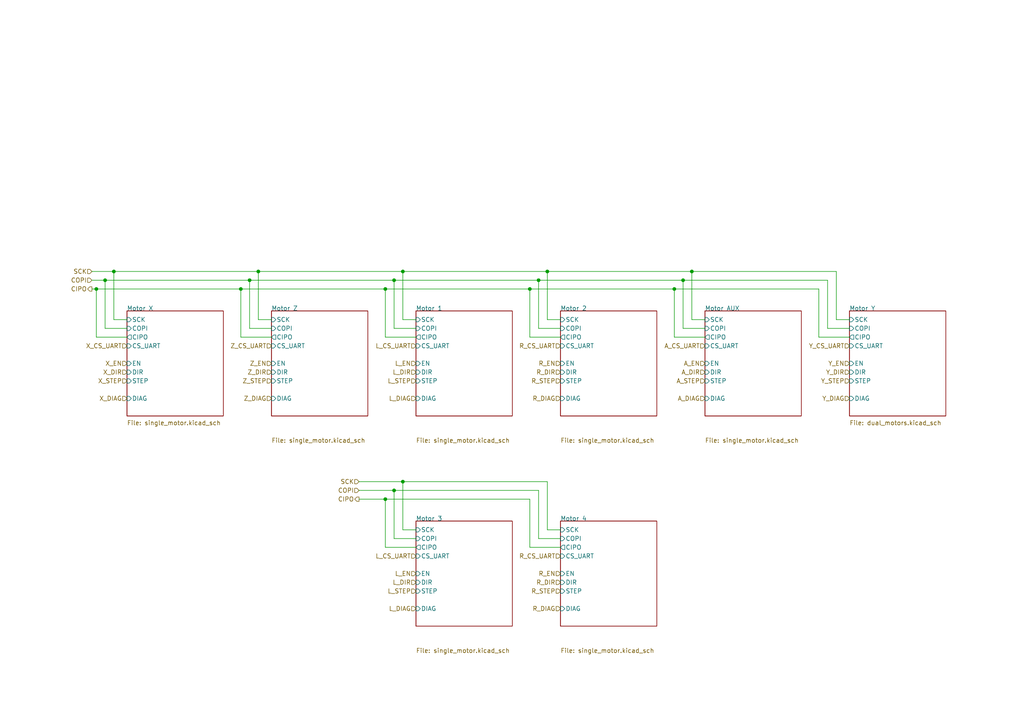
<source format=kicad_sch>
(kicad_sch (version 20230121) (generator eeschema)
  (paper "A4")
  (title_block (title "LumenPnP Motherboard") (date "2022-03-29") (rev "003") (company "Opulo"))
  (lib_symbols)
  (junction (at 114.3 81.28))
  (junction (at 153.67 83.82))
  (junction (at 195.58 83.82))
  (junction (at 72.39 81.28))
  (junction (at 30.48 81.28))
  (junction (at 198.12 81.28))
  (junction (at 114.3 142.24))
  (junction (at 74.93 78.74))
  (junction (at 156.21 81.28))
  (junction (at 158.75 78.74))
  (junction (at 33.02 78.74))
  (junction (at 116.84 78.74))
  (junction (at 116.84 139.7))
  (junction (at 200.66 78.74))
  (junction (at 27.94 83.82))
  (junction (at 69.85 83.82))
  (junction (at 111.76 83.82))
  (junction (at 111.76 144.78))
  (wire (pts (xy 116.84 92.71) (xy 116.84 78.74)))
  (wire (pts (xy 158.75 78.74) (xy 200.66 78.74)))
  (wire (pts (xy 69.85 83.82) (xy 111.76 83.82)))
  (wire (pts (xy 33.02 78.74) (xy 26.67 78.74)))
  (wire (pts (xy 116.84 78.74) (xy 158.75 78.74)))
  (wire (pts (xy 72.39 95.25) (xy 72.39 81.28)))
  (wire (pts (xy 78.74 92.71) (xy 74.93 92.71)))
  (wire (pts (xy 104.14 139.7) (xy 116.84 139.7)))
  (wire (pts (xy 242.57 78.74) (xy 200.66 78.74)))
  (wire (pts (xy 158.75 92.71) (xy 158.75 78.74)))
  (wire (pts (xy 198.12 95.25) (xy 198.12 81.28)))
  (wire (pts (xy 120.65 153.67) (xy 116.84 153.67)))
  (wire (pts (xy 120.65 95.25) (xy 114.3 95.25)))
  (wire (pts (xy 74.93 92.71) (xy 74.93 78.74)))
  (wire (pts (xy 78.74 97.79) (xy 69.85 97.79)))
  (wire (pts (xy 120.65 92.71) (xy 116.84 92.71)))
  (wire (pts (xy 156.21 156.21) (xy 156.21 142.24)))
  (wire (pts (xy 162.56 97.79) (xy 153.67 97.79)))
  (wire (pts (xy 36.83 92.71) (xy 33.02 92.71)))
  (wire (pts (xy 153.67 97.79) (xy 153.67 83.82)))
  (wire (pts (xy 104.14 142.24) (xy 114.3 142.24)))
  (wire (pts (xy 195.58 97.79) (xy 195.58 83.82)))
  (wire (pts (xy 120.65 158.75) (xy 111.76 158.75)))
  (wire (pts (xy 204.47 95.25) (xy 198.12 95.25)))
  (wire (pts (xy 153.67 83.82) (xy 195.58 83.82)))
  (wire (pts (xy 36.83 95.25) (xy 30.48 95.25)))
  (wire (pts (xy 162.56 153.67) (xy 158.75 153.67)))
  (wire (pts (xy 30.48 81.28) (xy 72.39 81.28)))
  (wire (pts (xy 78.74 95.25) (xy 72.39 95.25)))
  (wire (pts (xy 153.67 158.75) (xy 153.67 144.78)))
  (wire (pts (xy 33.02 92.71) (xy 33.02 78.74)))
  (wire (pts (xy 246.38 95.25) (xy 240.03 95.25)))
  (wire (pts (xy 156.21 95.25) (xy 156.21 81.28)))
  (wire (pts (xy 114.3 95.25) (xy 114.3 81.28)))
  (wire (pts (xy 114.3 81.28) (xy 156.21 81.28)))
  (wire (pts (xy 204.47 92.71) (xy 200.66 92.71)))
  (wire (pts (xy 114.3 142.24) (xy 156.21 142.24)))
  (wire (pts (xy 120.65 97.79) (xy 111.76 97.79)))
  (wire (pts (xy 162.56 156.21) (xy 156.21 156.21)))
  (wire (pts (xy 242.57 92.71) (xy 242.57 78.74)))
  (wire (pts (xy 240.03 95.25) (xy 240.03 81.28)))
  (wire (pts (xy 111.76 83.82) (xy 153.67 83.82)))
  (wire (pts (xy 200.66 92.71) (xy 200.66 78.74)))
  (wire (pts (xy 114.3 156.21) (xy 114.3 142.24)))
  (wire (pts (xy 36.83 97.79) (xy 27.94 97.79)))
  (wire (pts (xy 69.85 97.79) (xy 69.85 83.82)))
  (wire (pts (xy 27.94 83.82) (xy 26.67 83.82)))
  (wire (pts (xy 240.03 81.28) (xy 198.12 81.28)))
  (wire (pts (xy 162.56 92.71) (xy 158.75 92.71)))
  (wire (pts (xy 158.75 153.67) (xy 158.75 139.7)))
  (wire (pts (xy 30.48 95.25) (xy 30.48 81.28)))
  (wire (pts (xy 104.14 144.78) (xy 111.76 144.78)))
  (wire (pts (xy 162.56 158.75) (xy 153.67 158.75)))
  (wire (pts (xy 156.21 81.28) (xy 198.12 81.28)))
  (wire (pts (xy 237.49 97.79) (xy 237.49 83.82)))
  (wire (pts (xy 237.49 83.82) (xy 195.58 83.82)))
  (wire (pts (xy 204.47 97.79) (xy 195.58 97.79)))
  (wire (pts (xy 246.38 92.71) (xy 242.57 92.71)))
  (wire (pts (xy 246.38 97.79) (xy 237.49 97.79)))
  (wire (pts (xy 116.84 153.67) (xy 116.84 139.7)))
  (wire (pts (xy 30.48 81.28) (xy 26.67 81.28)))
  (wire (pts (xy 27.94 83.82) (xy 69.85 83.82)))
  (wire (pts (xy 120.65 156.21) (xy 114.3 156.21)))
  (wire (pts (xy 33.02 78.74) (xy 74.93 78.74)))
  (wire (pts (xy 74.93 78.74) (xy 116.84 78.74)))
  (wire (pts (xy 27.94 97.79) (xy 27.94 83.82)))
  (wire (pts (xy 111.76 158.75) (xy 111.76 144.78)))
  (wire (pts (xy 162.56 95.25) (xy 156.21 95.25)))
  (wire (pts (xy 111.76 144.78) (xy 153.67 144.78)))
  (wire (pts (xy 111.76 97.79) (xy 111.76 83.82)))
  (wire (pts (xy 116.84 139.7) (xy 158.75 139.7)))
  (wire (pts (xy 72.39 81.28) (xy 114.3 81.28)))
  (hierarchical_label "X_DIR" (shape input) (at 36.83 107.95 180))
  (hierarchical_label "Z_EN" (shape input) (at 78.74 105.41 180))
  (hierarchical_label "Z_DIAG" (shape input) (at 78.74 115.57 180))
  (hierarchical_label "Z_CS_UART" (shape input) (at 78.74 100.33 180))
  (hierarchical_label "R_EN" (shape input) (at 162.56 166.37 180))
  (hierarchical_label "L_EN" (shape input) (at 120.65 105.41 180))
  (hierarchical_label "Y_EN" (shape input) (at 246.38 105.41 180))
  (hierarchical_label "R_CS_UART" (shape input) (at 162.56 161.29 180))
  (hierarchical_label "A_DIAG" (shape input) (at 204.47 115.57 180))
  (hierarchical_label "Z_STEP" (shape input) (at 78.74 110.49 180))
  (hierarchical_label "R_DIAG" (shape input) (at 162.56 176.53 180))
  (hierarchical_label "A_EN" (shape input) (at 204.47 105.41 180))
  (hierarchical_label "L_EN" (shape input) (at 120.65 166.37 180))
  (hierarchical_label "L_DIAG" (shape input) (at 120.65 115.57 180))
  (hierarchical_label "L_CS_UART" (shape input) (at 120.65 100.33 180))
  (hierarchical_label "Z_DIR" (shape input) (at 78.74 107.95 180))
  (hierarchical_label "COPI" (shape input) (at 26.67 81.28 180))
  (hierarchical_label "X_DIAG" (shape input) (at 36.83 115.57 180))
  (hierarchical_label "R_EN" (shape input) (at 162.56 105.41 180))
  (hierarchical_label "COPI" (shape input) (at 104.14 142.24 180))
  (hierarchical_label "Y_DIAG" (shape input) (at 246.38 115.57 180))
  (hierarchical_label "R_CS_UART" (shape input) (at 162.56 100.33 180))
  (hierarchical_label "A_CS_UART" (shape input) (at 204.47 100.33 180))
  (hierarchical_label "L_DIAG" (shape input) (at 120.65 176.53 180))
  (hierarchical_label "Y_STEP" (shape input) (at 246.38 110.49 180))
  (hierarchical_label "X_STEP" (shape input) (at 36.83 110.49 180))
  (hierarchical_label "R_STEP" (shape input) (at 162.56 171.45 180))
  (hierarchical_label "R_DIR" (shape input) (at 162.56 107.95 180))
  (hierarchical_label "X_EN" (shape input) (at 36.83 105.41 180))
  (hierarchical_label "L_STEP" (shape input) (at 120.65 110.49 180))
  (hierarchical_label "X_CS_UART" (shape input) (at 36.83 100.33 180))
  (hierarchical_label "Y_CS_UART" (shape input) (at 246.38 100.33 180))
  (hierarchical_label "L_DIR" (shape input) (at 120.65 107.95 180))
  (hierarchical_label "CIPO" (shape output) (at 26.67 83.82 180))
  (hierarchical_label "L_DIR" (shape input) (at 120.65 168.91 180))
  (hierarchical_label "SCK" (shape input) (at 26.67 78.74 180))
  (hierarchical_label "L_STEP" (shape input) (at 120.65 171.45 180))
  (hierarchical_label "Y_DIR" (shape input) (at 246.38 107.95 180))
  (hierarchical_label "A_STEP" (shape input) (at 204.47 110.49 180))
  (hierarchical_label "R_DIR" (shape input) (at 162.56 168.91 180))
  (hierarchical_label "CIPO" (shape output) (at 104.14 144.78 180))
  (hierarchical_label "R_STEP" (shape input) (at 162.56 110.49 180))
  (hierarchical_label "L_CS_UART" (shape input) (at 120.65 161.29 180))
  (hierarchical_label "SCK" (shape input) (at 104.14 139.7 180))
  (hierarchical_label "A_DIR" (shape input) (at 204.47 107.95 180))
  (hierarchical_label "R_DIAG" (shape input) (at 162.56 115.57 180))
  (sheet (at 36.83 90.17) (size 27.94 30.48)
    (property "Sheetname" "Motor X" (at 36.83 90.17 0) (effects (justify left bottom)))
    (property "Sheetfile" "single_motor.kicad_sch" (at 36.83 121.92 0) (effects (justify left top)))
    (pin "EN" input (at 36.83 105.41 180))
    (pin "STEP" input (at 36.83 110.49 180))
    (pin "DIR" input (at 36.83 107.95 180))
    (pin "CIPO" output (at 36.83 97.79 180))
    (pin "COPI" input (at 36.83 95.25 180))
    (pin "SCK" input (at 36.83 92.71 180))
    (pin "CS_UART" input (at 36.83 100.33 180))
    (pin "DIAG" input (at 36.83 115.57 180))
  )
  (sheet (at 78.74 90.17) (size 27.94 30.48)
    (property "Sheetname" "Motor Z" (at 78.74 90.17 0) (effects (justify left bottom)))
    (property "Sheetfile" "single_motor.kicad_sch" (at 78.74 127 0) (effects (justify left top)))
    (pin "EN" input (at 78.74 105.41 180))
    (pin "STEP" input (at 78.74 110.49 180))
    (pin "DIR" input (at 78.74 107.95 180))
    (pin "CIPO" output (at 78.74 97.79 180))
    (pin "COPI" input (at 78.74 95.25 180))
    (pin "SCK" input (at 78.74 92.71 180))
    (pin "CS_UART" input (at 78.74 100.33 180))
    (pin "DIAG" input (at 78.74 115.57 180))
  )
  (sheet (at 162.56 90.17) (size 27.94 30.48)
    (property "Sheetname" "Motor 2" (at 162.56 90.17 0) (effects (justify left bottom)))
    (property "Sheetfile" "single_motor.kicad_sch" (at 162.56 127 0) (effects (justify left top)))
    (pin "EN" input (at 162.56 105.41 180))
    (pin "STEP" input (at 162.56 110.49 180))
    (pin "DIR" input (at 162.56 107.95 180))
    (pin "CIPO" output (at 162.56 97.79 180))
    (pin "COPI" input (at 162.56 95.25 180))
    (pin "SCK" input (at 162.56 92.71 180))
    (pin "CS_UART" input (at 162.56 100.33 180))
    (pin "DIAG" input (at 162.56 115.57 180))
  )
  (sheet (at 204.47 90.17) (size 27.94 30.48)
    (property "Sheetname" "Motor AUX" (at 204.47 90.17 0) (effects (justify left bottom)))
    (property "Sheetfile" "single_motor.kicad_sch" (at 204.47 127 0) (effects (justify left top)))
    (pin "EN" input (at 204.47 105.41 180))
    (pin "STEP" input (at 204.47 110.49 180))
    (pin "DIR" input (at 204.47 107.95 180))
    (pin "CIPO" output (at 204.47 97.79 180))
    (pin "COPI" input (at 204.47 95.25 180))
    (pin "SCK" input (at 204.47 92.71 180))
    (pin "CS_UART" input (at 204.47 100.33 180))
    (pin "DIAG" input (at 204.47 115.57 180))
  )
  (sheet (at 246.38 90.17) (size 27.94 30.48)
    (property "Sheetname" "Motor Y" (at 246.38 90.17 0) (effects (justify left bottom)))
    (property "Sheetfile" "dual_motors.kicad_sch" (at 246.38 121.92 0) (effects (justify left top)))
    (pin "CIPO" output (at 246.38 97.79 180))
    (pin "COPI" input (at 246.38 95.25 180))
    (pin "CS_UART" input (at 246.38 100.33 180))
    (pin "SCK" input (at 246.38 92.71 180))
    (pin "EN" input (at 246.38 105.41 180))
    (pin "STEP" input (at 246.38 110.49 180))
    (pin "DIR" input (at 246.38 107.95 180))
    (pin "DIAG" input (at 246.38 115.57 180))
  )
  (sheet (at 162.56 151.13) (size 27.94 30.48)
    (property "Sheetname" "Motor 4" (at 162.56 151.13 0) (effects (justify left bottom)))
    (property "Sheetfile" "single_motor.kicad_sch" (at 162.56 187.96 0) (effects (justify left top)))
    (pin "EN" input (at 162.56 166.37 180))
    (pin "STEP" input (at 162.56 171.45 180))
    (pin "DIR" input (at 162.56 168.91 180))
    (pin "CIPO" output (at 162.56 158.75 180))
    (pin "COPI" input (at 162.56 156.21 180))
    (pin "SCK" input (at 162.56 153.67 180))
    (pin "CS_UART" input (at 162.56 161.29 180))
    (pin "DIAG" input (at 162.56 176.53 180))
  )
  (sheet (at 120.65 90.17) (size 27.94 30.48)
    (property "Sheetname" "Motor 1" (at 120.65 90.17 0) (effects (justify left bottom)))
    (property "Sheetfile" "single_motor.kicad_sch" (at 120.65 127 0) (effects (justify left top)))
    (pin "EN" input (at 120.65 105.41 180))
    (pin "STEP" input (at 120.65 110.49 180))
    (pin "DIR" input (at 120.65 107.95 180))
    (pin "CIPO" output (at 120.65 97.79 180))
    (pin "COPI" input (at 120.65 95.25 180))
    (pin "SCK" input (at 120.65 92.71 180))
    (pin "CS_UART" input (at 120.65 100.33 180))
    (pin "DIAG" input (at 120.65 115.57 180))
  )
  (sheet (at 120.65 151.13) (size 27.94 30.48)
    (property "Sheetname" "Motor 3" (at 120.65 151.13 0) (effects (justify left bottom)))
    (property "Sheetfile" "single_motor.kicad_sch" (at 120.65 187.96 0) (effects (justify left top)))
    (pin "EN" input (at 120.65 166.37 180))
    (pin "STEP" input (at 120.65 171.45 180))
    (pin "DIR" input (at 120.65 168.91 180))
    (pin "CIPO" output (at 120.65 158.75 180))
    (pin "COPI" input (at 120.65 156.21 180))
    (pin "SCK" input (at 120.65 153.67 180))
    (pin "CS_UART" input (at 120.65 161.29 180))
    (pin "DIAG" input (at 120.65 176.53 180))
  )
)
</source>
